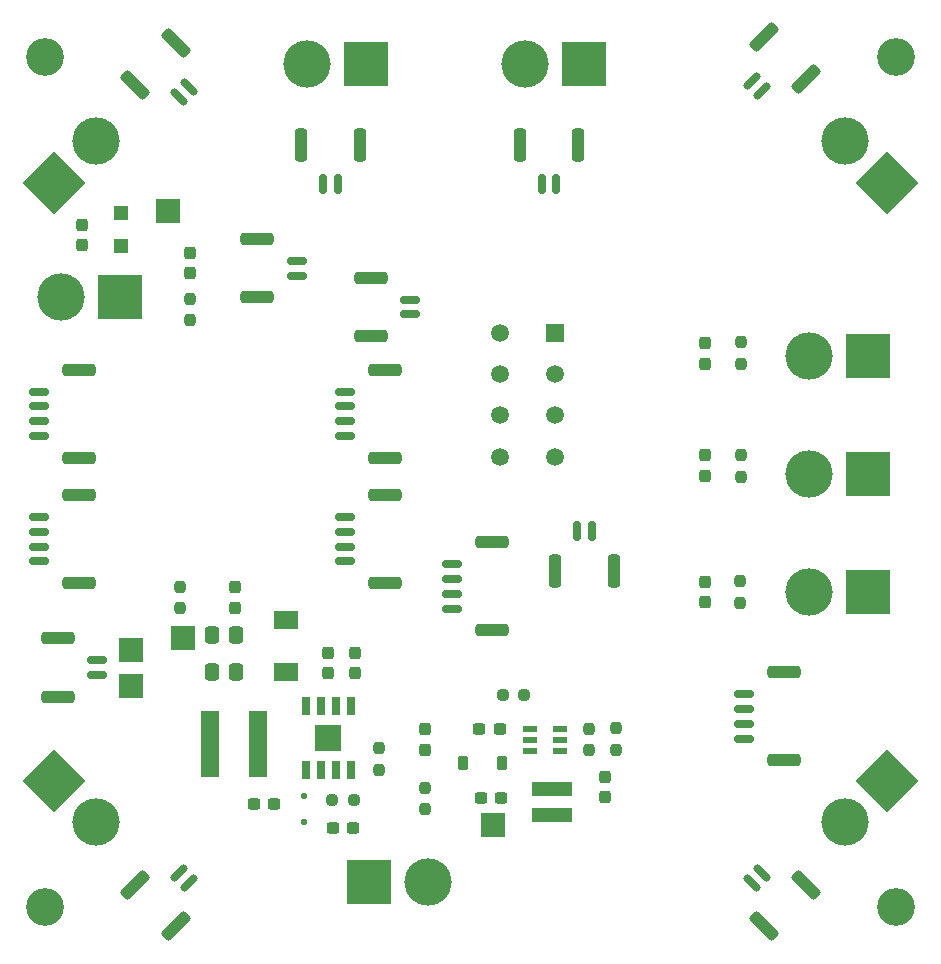
<source format=gts>
%TF.GenerationSoftware,KiCad,Pcbnew,7.0.1*%
%TF.CreationDate,2024-03-23T22:37:20-05:00*%
%TF.ProjectId,Chassis,43686173-7369-4732-9e6b-696361645f70,rev?*%
%TF.SameCoordinates,Original*%
%TF.FileFunction,Soldermask,Top*%
%TF.FilePolarity,Negative*%
%FSLAX46Y46*%
G04 Gerber Fmt 4.6, Leading zero omitted, Abs format (unit mm)*
G04 Created by KiCad (PCBNEW 7.0.1) date 2024-03-23 22:37:20*
%MOMM*%
%LPD*%
G01*
G04 APERTURE LIST*
G04 Aperture macros list*
%AMRoundRect*
0 Rectangle with rounded corners*
0 $1 Rounding radius*
0 $2 $3 $4 $5 $6 $7 $8 $9 X,Y pos of 4 corners*
0 Add a 4 corners polygon primitive as box body*
4,1,4,$2,$3,$4,$5,$6,$7,$8,$9,$2,$3,0*
0 Add four circle primitives for the rounded corners*
1,1,$1+$1,$2,$3*
1,1,$1+$1,$4,$5*
1,1,$1+$1,$6,$7*
1,1,$1+$1,$8,$9*
0 Add four rect primitives between the rounded corners*
20,1,$1+$1,$2,$3,$4,$5,0*
20,1,$1+$1,$4,$5,$6,$7,0*
20,1,$1+$1,$6,$7,$8,$9,0*
20,1,$1+$1,$8,$9,$2,$3,0*%
%AMRotRect*
0 Rectangle, with rotation*
0 The origin of the aperture is its center*
0 $1 length*
0 $2 width*
0 $3 Rotation angle, in degrees counterclockwise*
0 Add horizontal line*
21,1,$1,$2,0,0,$3*%
G04 Aperture macros list end*
%ADD10R,3.800000X3.800000*%
%ADD11C,4.000000*%
%ADD12RoundRect,0.150000X0.700000X-0.150000X0.700000X0.150000X-0.700000X0.150000X-0.700000X-0.150000X0*%
%ADD13RoundRect,0.250000X1.150000X-0.250000X1.150000X0.250000X-1.150000X0.250000X-1.150000X-0.250000X0*%
%ADD14RotRect,3.800000X3.800000X315.000000*%
%ADD15RotRect,3.800000X3.800000X135.000000*%
%ADD16RoundRect,0.150000X-0.700000X0.150000X-0.700000X-0.150000X0.700000X-0.150000X0.700000X0.150000X0*%
%ADD17RoundRect,0.250000X-1.150000X0.250000X-1.150000X-0.250000X1.150000X-0.250000X1.150000X0.250000X0*%
%ADD18C,3.200000*%
%ADD19RoundRect,0.237500X0.237500X-0.287500X0.237500X0.287500X-0.237500X0.287500X-0.237500X-0.287500X0*%
%ADD20RoundRect,0.237500X0.237500X-0.250000X0.237500X0.250000X-0.237500X0.250000X-0.237500X-0.250000X0*%
%ADD21RoundRect,0.237500X-0.250000X-0.237500X0.250000X-0.237500X0.250000X0.237500X-0.250000X0.237500X0*%
%ADD22RoundRect,0.225000X0.225000X0.375000X-0.225000X0.375000X-0.225000X-0.375000X0.225000X-0.375000X0*%
%ADD23RoundRect,0.125000X-0.125000X0.125000X-0.125000X-0.125000X0.125000X-0.125000X0.125000X0.125000X0*%
%ADD24RoundRect,0.237500X-0.237500X0.287500X-0.237500X-0.287500X0.237500X-0.287500X0.237500X0.287500X0*%
%ADD25RoundRect,0.237500X-0.300000X-0.237500X0.300000X-0.237500X0.300000X0.237500X-0.300000X0.237500X0*%
%ADD26R,1.520000X1.520000*%
%ADD27C,1.520000*%
%ADD28RoundRect,0.237500X0.300000X0.237500X-0.300000X0.237500X-0.300000X-0.237500X0.300000X-0.237500X0*%
%ADD29RoundRect,0.150000X0.388909X-0.601041X0.601041X-0.388909X-0.388909X0.601041X-0.601041X0.388909X0*%
%ADD30RoundRect,0.250000X0.636396X-0.989949X0.989949X-0.636396X-0.636396X0.989949X-0.989949X0.636396X0*%
%ADD31RotRect,3.800000X3.800000X45.000000*%
%ADD32RoundRect,0.150000X-0.150000X-0.700000X0.150000X-0.700000X0.150000X0.700000X-0.150000X0.700000X0*%
%ADD33RoundRect,0.250000X-0.250000X-1.150000X0.250000X-1.150000X0.250000X1.150000X-0.250000X1.150000X0*%
%ADD34R,2.000000X2.000000*%
%ADD35RoundRect,0.237500X-0.237500X0.250000X-0.237500X-0.250000X0.237500X-0.250000X0.237500X0.250000X0*%
%ADD36RoundRect,0.237500X-0.237500X0.300000X-0.237500X-0.300000X0.237500X-0.300000X0.237500X0.300000X0*%
%ADD37R,1.200000X1.200000*%
%ADD38RotRect,3.800000X3.800000X225.000000*%
%ADD39R,0.700000X1.522000*%
%ADD40R,2.300000X2.300000*%
%ADD41RoundRect,0.150000X0.601041X0.388909X0.388909X0.601041X-0.601041X-0.388909X-0.388909X-0.601041X0*%
%ADD42RoundRect,0.250000X0.989949X0.636396X0.636396X0.989949X-0.989949X-0.636396X-0.636396X-0.989949X0*%
%ADD43RoundRect,0.150000X-0.601041X-0.388909X-0.388909X-0.601041X0.601041X0.388909X0.388909X0.601041X0*%
%ADD44RoundRect,0.250000X-0.989949X-0.636396X-0.636396X-0.989949X0.989949X0.636396X0.636396X0.989949X0*%
%ADD45RoundRect,0.150000X0.150000X0.700000X-0.150000X0.700000X-0.150000X-0.700000X0.150000X-0.700000X0*%
%ADD46RoundRect,0.250000X0.250000X1.150000X-0.250000X1.150000X-0.250000X-1.150000X0.250000X-1.150000X0*%
%ADD47R,1.550000X5.600000*%
%ADD48RoundRect,0.250000X-0.337500X-0.475000X0.337500X-0.475000X0.337500X0.475000X-0.337500X0.475000X0*%
%ADD49R,1.250000X0.600000*%
%ADD50R,2.140000X1.490000*%
%ADD51RoundRect,0.237500X0.237500X-0.300000X0.237500X0.300000X-0.237500X0.300000X-0.237500X-0.300000X0*%
%ADD52RoundRect,0.237500X0.250000X0.237500X-0.250000X0.237500X-0.250000X-0.237500X0.250000X-0.237500X0*%
%ADD53R,3.500000X1.300000*%
%ADD54RoundRect,0.150000X-0.388909X0.601041X-0.601041X0.388909X0.388909X-0.601041X0.601041X-0.388909X0*%
%ADD55RoundRect,0.250000X-0.636396X0.989949X-0.989949X0.636396X0.636396X-0.989949X0.989949X-0.636396X0*%
G04 APERTURE END LIST*
D10*
X58700000Y-49750000D03*
D11*
X53700000Y-49750000D03*
D12*
X56750000Y-81750000D03*
X56750000Y-80500000D03*
D13*
X53400000Y-83600000D03*
X53400000Y-78650000D03*
D10*
X79750000Y-99250000D03*
D11*
X84750000Y-99250000D03*
D14*
X53106466Y-90698466D03*
D11*
X56642000Y-94234000D03*
D15*
X123587534Y-40101534D03*
D11*
X120052000Y-36566000D03*
D16*
X51850000Y-57750000D03*
X51850000Y-59000000D03*
X51850000Y-60250000D03*
X51850000Y-61500000D03*
D17*
X55200000Y-55900000D03*
X55200000Y-63350000D03*
D12*
X83250000Y-51225000D03*
X83250000Y-49975000D03*
D13*
X79900000Y-53075000D03*
X79900000Y-48125000D03*
D18*
X124347000Y-29400000D03*
D19*
X68400000Y-76075000D03*
X68400000Y-74325000D03*
D20*
X63800000Y-76112500D03*
X63800000Y-74287500D03*
D18*
X52347000Y-101400000D03*
D20*
X84500000Y-93112500D03*
X84500000Y-91287500D03*
D21*
X76663500Y-92295000D03*
X78488500Y-92295000D03*
D22*
X90987200Y-89224400D03*
X87687200Y-89224400D03*
D23*
X74274000Y-91957000D03*
X74274000Y-94157000D03*
D24*
X64600000Y-45987999D03*
X64600000Y-47737999D03*
D20*
X111250000Y-55412500D03*
X111250000Y-53587500D03*
X111300000Y-64957500D03*
X111300000Y-63132500D03*
D25*
X76713501Y-94707999D03*
X78438501Y-94707999D03*
D26*
X95489998Y-52754000D03*
D27*
X95489998Y-56254001D03*
X95489998Y-59754001D03*
X95489998Y-63254002D03*
X90889997Y-52754000D03*
X90889997Y-56254001D03*
X90889997Y-59754001D03*
X90889997Y-63254002D03*
D28*
X71734000Y-92676000D03*
X70009000Y-92676000D03*
D29*
X63636768Y-32820800D03*
X64520652Y-31936916D03*
D30*
X59959813Y-31760140D03*
X63459992Y-28259961D03*
D31*
X53106466Y-40101534D03*
D11*
X56642000Y-36566000D03*
D10*
X122000000Y-74750000D03*
D11*
X117000000Y-74750000D03*
D32*
X94375000Y-40200000D03*
X95625000Y-40200000D03*
D33*
X92525000Y-36850000D03*
X97475000Y-36850000D03*
D34*
X64000000Y-78600000D03*
D35*
X64600000Y-49887500D03*
X64600000Y-51712500D03*
D24*
X84500000Y-86325000D03*
X84500000Y-88075000D03*
D36*
X99750000Y-90387500D03*
X99750000Y-92112500D03*
D10*
X122000000Y-64750000D03*
D11*
X117000000Y-64750000D03*
D37*
X58750000Y-42600000D03*
X58750000Y-45400000D03*
D38*
X123587534Y-90698466D03*
D11*
X120052000Y-94234000D03*
D19*
X55500000Y-45375000D03*
X55500000Y-43625000D03*
D10*
X122000000Y-54750000D03*
D11*
X117000000Y-54750000D03*
D35*
X100639200Y-86256400D03*
X100639200Y-88081400D03*
D39*
X74401000Y-89801999D03*
X75671000Y-89801999D03*
X76941000Y-89801999D03*
X78211000Y-89801999D03*
X78211000Y-84373999D03*
X76941000Y-84373999D03*
X75671000Y-84373999D03*
X74401000Y-84373999D03*
D40*
X76306000Y-87087999D03*
D41*
X64520652Y-99354936D03*
X63636768Y-98471052D03*
D42*
X63459992Y-103031891D03*
X59959813Y-99531712D03*
D20*
X111200000Y-75625000D03*
X111200000Y-73800000D03*
D43*
X112173348Y-31445064D03*
X113057232Y-32328948D03*
D44*
X113234008Y-27768109D03*
X116734187Y-31268288D03*
D45*
X98625000Y-69550000D03*
X97375000Y-69550000D03*
D46*
X100475000Y-72900000D03*
X95525000Y-72900000D03*
D16*
X111550000Y-83375000D03*
X111550000Y-84625000D03*
X111550000Y-85875000D03*
X111550000Y-87125000D03*
D17*
X114900000Y-81525000D03*
X114900000Y-88975000D03*
D18*
X52347000Y-29400000D03*
D34*
X90225200Y-94431400D03*
D47*
X70337000Y-87596000D03*
X66287000Y-87596000D03*
D28*
X90833700Y-86278000D03*
X89108700Y-86278000D03*
D32*
X75875000Y-40200000D03*
X77125000Y-40200000D03*
D33*
X74025000Y-36850000D03*
X78975000Y-36850000D03*
D48*
X66462500Y-78362999D03*
X68537500Y-78362999D03*
D49*
X95900200Y-88208400D03*
X95900200Y-87258400D03*
X95900200Y-86308400D03*
X93400200Y-86308400D03*
X93400200Y-87258400D03*
X93400200Y-88208400D03*
D50*
X72750000Y-81500000D03*
X72750000Y-77050000D03*
D18*
X124347000Y-101400000D03*
D19*
X108250000Y-64875000D03*
X108250000Y-63125000D03*
D12*
X73650000Y-47925000D03*
X73650000Y-46675000D03*
D13*
X70300000Y-49775000D03*
X70300000Y-44825000D03*
D16*
X77750000Y-68375000D03*
X77750000Y-69625000D03*
X77750000Y-70875000D03*
X77750000Y-72125000D03*
D17*
X81100000Y-66525000D03*
X81100000Y-73975000D03*
D51*
X78592000Y-81600499D03*
X78592000Y-79875499D03*
D10*
X98000000Y-30000000D03*
D11*
X93000000Y-30000000D03*
D16*
X77750000Y-57750000D03*
X77750000Y-59000000D03*
X77750000Y-60250000D03*
X77750000Y-61500000D03*
D17*
X81100000Y-55900000D03*
X81100000Y-63350000D03*
D51*
X76306000Y-81600499D03*
X76306000Y-79875499D03*
D34*
X59626000Y-79666000D03*
D28*
X90960700Y-92145400D03*
X89235700Y-92145400D03*
D48*
X66462500Y-81500000D03*
X68537500Y-81500000D03*
D34*
X59626000Y-82714000D03*
D35*
X98353200Y-86279900D03*
X98353200Y-88104900D03*
D34*
X62750000Y-42500000D03*
D16*
X51850000Y-68375000D03*
X51850000Y-69625000D03*
X51850000Y-70875000D03*
X51850000Y-72125000D03*
D17*
X55200000Y-66525000D03*
X55200000Y-73975000D03*
D10*
X79500000Y-30000000D03*
D11*
X74500000Y-30000000D03*
D19*
X108200001Y-75587500D03*
X108200001Y-73837500D03*
D16*
X86800000Y-72375000D03*
X86800000Y-73625000D03*
X86800000Y-74875000D03*
X86800000Y-76125000D03*
D17*
X90150000Y-70525000D03*
X90150000Y-77975000D03*
D19*
X108250000Y-55375000D03*
X108250000Y-53625000D03*
D52*
X92912500Y-83400000D03*
X91087500Y-83400000D03*
D53*
X95250000Y-91400000D03*
X95250000Y-93600000D03*
D54*
X113057232Y-98471052D03*
X112173348Y-99354936D03*
D55*
X116734187Y-99531712D03*
X113234008Y-103031891D03*
D20*
X80624000Y-89778499D03*
X80624000Y-87953499D03*
M02*

</source>
